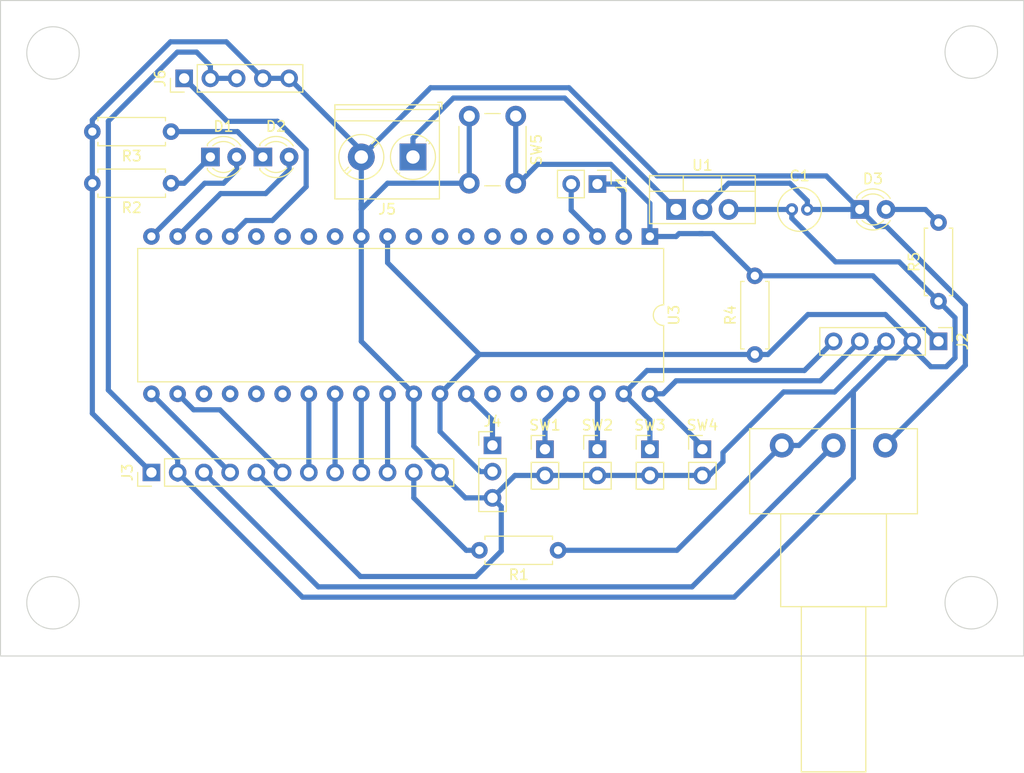
<source format=kicad_pcb>
(kicad_pcb (version 20221018) (generator pcbnew)
  (title_block (title "PCB de Control y Monitoreo") (date "2023-06-11") (rev "2") (company "PAIG2B") (comment 1 "Diseñado por Miguel Angel Rincón"))
  (layers (0 "F.Cu" signal) (31 "B.Cu" signal) (34 "B.Paste" user) (35 "F.Paste" user) (36 "B.SilkS" user "B.Silkscreen") (37 "F.SilkS" user "F.Silkscreen") (38 "B.Mask" user) (39 "F.Mask" user) (44 "Edge.Cuts" user))
  (net 0 "")
  (net 1 "Net-(D1-K)")
  (net 2 "Net-(D1-A)")
  (net 3 "Net-(D2-K)")
  (net 4 "Net-(D2-A)")
  (net 5 "Net-(J1-Pin_1)")
  (net 6 "Net-(J1-Pin_2)")
  (net 7 "Net-(J2-Pin_1)")
  (net 8 "GND")
  (net 9 "Net-(J2-Pin_4)")
  (net 10 "Net-(J2-Pin_5)")
  (net 11 "Net-(U3-RB4{slash}AN11{slash}KBI0{slash}CSSPP)")
  (net 12 "Net-(U3-RB5{slash}KBI1{slash}PGM)")
  (net 21 "Net-(J6-Pin_1)")
  (net 28 "/VA")
  (net 32 "Net-(J3-Pin_3)")
  (net 33 "Net-(J3-Pin_4)")
  (net 34 "Net-(J3-Pin_6)")
  (net 35 "Net-(J3-Pin_7)")
  (net 36 "Net-(J3-Pin_8)")
  (net 37 "Net-(J3-Pin_9)")
  (net 38 "Net-(J3-Pin_10)")
  (net 39 "Net-(J3-Pin_11)")
  (net 40 "Net-(D3-A)")
  (net 41 "Net-(J4-Pin_1)")
  (net 42 "+12V")
  (footprint "Connector_PinHeader_2.54mm:PinHeader_1x03_P2.54mm_Vertical" (layer "F.Cu") (at 133.35 107.387107)
    (fp_text reference "J4" (at 0 -2.33) (layer "F.SilkS"))
    (fp_text value "Conn_01x03_Pin")
    (fp_line (start -1.33 -1.33) (end 0 -1.33) (stroke (width 0.12)) (layer "F.SilkS"))
    (fp_line (start -1.33 0) (end -1.33 -1.33) (stroke (width 0.12)) (layer "F.SilkS"))
    (fp_line (start -1.33 1.27) (end -1.33 6.41) (stroke (width 0.12)) (layer "F.SilkS"))
    (fp_line (start -1.33 1.27) (end 1.33 1.27) (stroke (width 0.12)) (layer "F.SilkS"))
    (fp_line (start -1.33 6.41) (end 1.33 6.41) (stroke (width 0.12)) (layer "F.SilkS"))
    (fp_line (start 1.33 1.27) (end 1.33 6.41) (stroke (width 0.12)) (layer "F.SilkS"))
    (pad "1" thru_hole rect (at 0 0) (size 1.7 1.7) (drill 1) (layers "*.Cu" "*.Mask") (net 41 "Net-(J4-Pin_1)"))
    (pad "2" thru_hole oval (at 0 2.54) (size 1.7 1.7) (drill 1) (layers "*.Cu" "*.Mask") (net 28 "/VA"))
    (pad "3" thru_hole oval (at 0 5.08) (size 1.7 1.7) (drill 1) (layers "*.Cu" "*.Mask") (net 8 "GND"))
  )
  (footprint "Connector_PinHeader_2.54mm:PinHeader_1x12_P2.54mm_Vertical" (layer "F.Cu") (at 100.33 110.007107 90)
    (fp_text reference "J3" (at 0 -2.33 90) (layer "F.SilkS"))
    (fp_text value "Conn_01x12_Pin")
    (fp_line (start -1.33 -1.33) (end 0 -1.33) (stroke (width 0.12)) (layer "F.SilkS"))
    (fp_line (start -1.33 0) (end -1.33 -1.33) (stroke (width 0.12)) (layer "F.SilkS"))
    (fp_line (start -1.33 1.27) (end -1.33 29.27) (stroke (width 0.12)) (layer "F.SilkS"))
    (fp_line (start -1.33 1.27) (end 1.33 1.27) (stroke (width 0.12)) (layer "F.SilkS"))
    (fp_line (start -1.33 29.27) (end 1.33 29.27) (stroke (width 0.12)) (layer "F.SilkS"))
    (fp_line (start 1.33 1.27) (end 1.33 29.27) (stroke (width 0.12)) (layer "F.SilkS"))
    (pad "1" thru_hole rect (at 0 0 90) (size 1.7 1.7) (drill 1) (layers "*.Cu" "*.Mask") (net 8 "GND"))
    (pad "2" thru_hole oval (at 0 2.54 90) (size 1.7 1.7) (drill 1) (layers "*.Cu" "*.Mask") (net 28 "/VA"))
    (pad "3" thru_hole oval (at 0 5.08 90) (size 1.7 1.7) (drill 1) (layers "*.Cu" "*.Mask") (net 32 "Net-(J3-Pin_3)"))
    (pad "4" thru_hole oval (at 0 7.62 90) (size 1.7 1.7) (drill 1) (layers "*.Cu" "*.Mask") (net 33 "Net-(J3-Pin_4)"))
    (pad "5" thru_hole oval (at 0 10.16 90) (size 1.7 1.7) (drill 1) (layers "*.Cu" "*.Mask") (net 8 "GND"))
    (pad "6" thru_hole oval (at 0 12.7 90) (size 1.7 1.7) (drill 1) (layers "*.Cu" "*.Mask") (net 34 "Net-(J3-Pin_6)"))
    (pad "7" thru_hole oval (at 0 15.24 90) (size 1.7 1.7) (drill 1) (layers "*.Cu" "*.Mask") (net 35 "Net-(J3-Pin_7)"))
    (pad "8" thru_hole oval (at 0 17.78 90) (size 1.7 1.7) (drill 1) (layers "*.Cu" "*.Mask") (net 36 "Net-(J3-Pin_8)"))
    (pad "9" thru_hole oval (at 0 20.32 90) (size 1.7 1.7) (drill 1) (layers "*.Cu" "*.Mask") (net 37 "Net-(J3-Pin_9)"))
    (pad "10" thru_hole oval (at 0 22.86 90) (size 1.7 1.7) (drill 1) (layers "*.Cu" "*.Mask") (net 38 "Net-(J3-Pin_10)"))
    (pad "11" thru_hole oval (at 0 25.4 90) (size 1.7 1.7) (drill 1) (layers "*.Cu" "*.Mask") (net 39 "Net-(J3-Pin_11)"))
    (pad "12" thru_hole oval (at 0 27.94 90) (size 1.7 1.7) (drill 1) (layers "*.Cu" "*.Mask") (net 8 "GND"))
  )
  (footprint "Resistor_THT:R_Axial_DIN0207_L6.3mm_D2.5mm_P7.62mm_Horizontal" (layer "F.Cu") (at 139.7 117.547107 180)
    (fp_text reference "R1" (at 3.81 -2.37) (layer "F.SilkS"))
    (fp_text value "R")
    (fp_line (start 0.54 -1.37) (end 7.08 -1.37) (stroke (width 0.12)) (layer "F.SilkS"))
    (fp_line (start 0.54 -1.04) (end 0.54 -1.37) (stroke (width 0.12)) (layer "F.SilkS"))
    (fp_line (start 0.54 1.04) (end 0.54 1.37) (stroke (width 0.12)) (layer "F.SilkS"))
    (fp_line (start 0.54 1.37) (end 7.08 1.37) (stroke (width 0.12)) (layer "F.SilkS"))
    (fp_line (start 7.08 -1.37) (end 7.08 -1.04) (stroke (width 0.12)) (layer "F.SilkS"))
    (fp_line (start 7.08 1.37) (end 7.08 1.04) (stroke (width 0.12)) (layer "F.SilkS"))
    (pad "1" thru_hole circle (at 0 0 180) (size 1.6 1.6) (drill 0.8) (layers "*.Cu" "*.Mask") (net 28 "/VA"))
    (pad "2" thru_hole oval (at 7.62 0 180) (size 1.6 1.6) (drill 0.8) (layers "*.Cu" "*.Mask") (net 39 "Net-(J3-Pin_11)"))
  )
  (footprint "Package_DIP:DIP-40_W15.24mm" (layer "F.Cu") (at 148.59 87.147107 -90)
    (fp_text reference "U3" (at 7.62 -2.33 90) (layer "F.SilkS"))
    (fp_text value "PIC18F4550-IP")
    (fp_line (start 1.16 -1.33) (end 1.16 49.59) (stroke (width 0.12)) (layer "F.SilkS"))
    (fp_line (start 1.16 49.59) (end 14.08 49.59) (stroke (width 0.12)) (layer "F.SilkS"))
    (fp_line (start 6.62 -1.33) (end 1.16 -1.33) (stroke (width 0.12)) (layer "F.SilkS"))
    (fp_line (start 14.08 -1.33) (end 8.62 -1.33) (stroke (width 0.12)) (layer "F.SilkS"))
    (fp_line (start 14.08 49.59) (end 14.08 -1.33) (stroke (width 0.12)) (layer "F.SilkS"))
    (fp_arc (start 8.62 -1.33) (mid 7.62 -0.33) (end 6.62 -1.33) (stroke (width 0.12)) (layer "F.SilkS"))
    (pad "1" thru_hole rect (at 0 0 270) (size 1.6 1.6) (drill 0.8) (layers "*.Cu" "*.Mask") (net 7 "Net-(J2-Pin_1)"))
    (pad "2" thru_hole oval (at 0 2.54 270) (size 1.6 1.6) (drill 0.8) (layers "*.Cu" "*.Mask") (net 5 "Net-(J1-Pin_1)"))
    (pad "3" thru_hole oval (at 0 5.08 270) (size 1.6 1.6) (drill 0.8) (layers "*.Cu" "*.Mask") (net 6 "Net-(J1-Pin_2)"))
    (pad "4" thru_hole oval (at 0 7.62 270) (size 1.6 1.6) (drill 0.8) (layers "*.Cu" "*.Mask"))
    (pad "5" thru_hole oval (at 0 10.16 270) (size 1.6 1.6) (drill 0.8) (layers "*.Cu" "*.Mask"))
    (pad "6" thru_hole oval (at 0 12.7 270) (size 1.6 1.6) (drill 0.8) (layers "*.Cu" "*.Mask"))
    (pad "7" thru_hole oval (at 0 15.24 270) (size 1.6 1.6) (drill 0.8) (layers "*.Cu" "*.Mask"))
    (pad "8" thru_hole oval (at 0 17.78 270) (size 1.6 1.6) (drill 0.8) (layers "*.Cu" "*.Mask"))
    (pad "9" thru_hole oval (at 0 20.32 270) (size 1.6 1.6) (drill 0.8) (layers "*.Cu" "*.Mask"))
    (pad "10" thru_hole oval (at 0 22.86 270) (size 1.6 1.6) (drill 0.8) (layers "*.Cu" "*.Mask"))
    (pad "11" thru_hole oval (at 0 25.4 270) (size 1.6 1.6) (drill 0.8) (layers "*.Cu" "*.Mask") (net 28 "/VA"))
    (pad "12" thru_hole oval (at 0 27.94 270) (size 1.6 1.6) (drill 0.8) (layers "*.Cu" "*.Mask") (net 8 "GND"))
    (pad "13" thru_hole oval (at 0 30.48 270) (size 1.6 1.6) (drill 0.8) (layers "*.Cu" "*.Mask"))
    (pad "14" thru_hole oval (at 0 33.02 270) (size 1.6 1.6) (drill 0.8) (layers "*.Cu" "*.Mask"))
    (pad "15" thru_hole oval (at 0 35.56 270) (size 1.6 1.6) (drill 0.8) (layers "*.Cu" "*.Mask"))
    (pad "16" thru_hole oval (at 0 38.1 270) (size 1.6 1.6) (drill 0.8) (layers "*.Cu" "*.Mask"))
    (pad "17" thru_hole oval (at 0 40.64 270) (size 1.6 1.6) (drill 0.8) (layers "*.Cu" "*.Mask") (net 21 "Net-(J6-Pin_1)"))
    (pad "18" thru_hole oval (at 0 43.18 270) (size 1.6 1.6) (drill 0.8) (layers "*.Cu" "*.Mask"))
    (pad "19" thru_hole oval (at 0 45.72 270) (size 1.6 1.6) (drill 0.8) (layers "*.Cu" "*.Mask") (net 4 "Net-(D2-A)"))
    (pad "20" thru_hole oval (at 0 48.26 270) (size 1.6 1.6) (drill 0.8) (layers "*.Cu" "*.Mask") (net 2 "Net-(D1-A)"))
    (pad "21" thru_hole oval (at 15.24 48.26 270) (size 1.6 1.6) (drill 0.8) (layers "*.Cu" "*.Mask") (net 33 "Net-(J3-Pin_4)"))
    (pad "22" thru_hole oval (at 15.24 45.72 270) (size 1.6 1.6) (drill 0.8) (layers "*.Cu" "*.Mask") (net 34 "Net-(J3-Pin_6)"))
    (pad "23" thru_hole oval (at 15.24 43.18 270) (size 1.6 1.6) (drill 0.8) (layers "*.Cu" "*.Mask"))
    (pad "24" thru_hole oval (at 15.24 40.64 270) (size 1.6 1.6) (drill 0.8) (layers "*.Cu" "*.Mask"))
    (pad "25" thru_hole oval (at 15.24 38.1 270) (size 1.6 1.6) (drill 0.8) (layers "*.Cu" "*.Mask"))
    (pad "26" thru_hole oval (at 15.24 35.56 270) (size 1.6 1.6) (drill 0.8) (layers "*.Cu" "*.Mask"))
    (pad "27" thru_hole oval (at 15.24 33.02 270) (size 1.6 1.6) (drill 0.8) (layers "*.Cu" "*.Mask") (net 35 "Net-(J3-Pin_7)"))
    (pad "28" thru_hole oval (at 15.24 30.48 270) (size 1.6 1.6) (drill 0.8) (layers "*.Cu" "*.Mask") (net 36 "Net-(J3-Pin_8)"))
    (pad "29" thru_hole oval (at 15.24 27.94 270) (size 1.6 1.6) (drill 0.8) (layers "*.Cu" "*.Mask") (net 37 "Net-(J3-Pin_9)"))
    (pad "30" thru_hole oval (at 15.24 25.4 270) (size 1.6 1.6) (drill 0.8) (layers "*.Cu" "*.Mask") (net 38 "Net-(J3-Pin_10)"))
    (pad "31" thru_hole oval (at 15.24 22.86 270) (size 1.6 1.6) (drill 0.8) (layers "*.Cu" "*.Mask") (net 8 "GND"))
    (pad "32" thru_hole oval (at 15.24 20.32 270) (size 1.6 1.6) (drill 0.8) (layers "*.Cu" "*.Mask") (net 28 "/VA"))
    (pad "33" thru_hole oval (at 15.24 17.78 270) (size 1.6 1.6) (drill 0.8) (layers "*.Cu" "*.Mask") (net 41 "Net-(J4-Pin_1)"))
    (pad "34" thru_hole oval (at 15.24 15.24 270) (size 1.6 1.6) (drill 0.8) (layers "*.Cu" "*.Mask"))
    (pad "35" thru_hole oval (at 15.24 12.7 270) (size 1.6 1.6) (drill 0.8) (layers "*.Cu" "*.Mask"))
    (pad "36" thru_hole oval (at 15.24 10.16 270) (size 1.6 1.6) (drill 0.8) (layers "*.Cu" "*.Mask"))
    (pad "37" thru_hole oval (at 15.24 7.62 270) (size 1.6 1.6) (drill 0.8) (layers "*.Cu" "*.Mask") (net 11 "Net-(U3-RB4{slash}AN11{slash}KBI0{slash}CSSPP)"))
    (pad "38" thru_hole oval (at 15.24 5.08 270) (size 1.6 1.6) (drill 0.8) (layers "*.Cu" "*.Mask") (net 12 "Net-(U3-RB5{slash}KBI1{slash}PGM)"))
    (pad "39" thru_hole oval (at 15.24 2.54 270) (size 1.6 1.6) (drill 0.8) (layers "*.Cu" "*.Mask") (net 10 "Net-(J2-Pin_5)"))
    (pad "40" thru_hole oval (at 15.24 0 270) (size 1.6 1.6) (drill 0.8) (layers "*.Cu" "*.Mask") (net 9 "Net-(J2-Pin_4)"))
  )
  (footprint "LED_THT:LED_D3.0mm" (layer "F.Cu") (at 111.12 79.447107)
    (fp_text reference "D2" (at 1.27 -2.96) (layer "F.SilkS"))
    (fp_text value "LED")
    (fp_line (start -0.29 -1.236) (end -0.29 -1.08) (stroke (width 0.12)) (layer "F.SilkS"))
    (fp_line (start -0.29 1.08) (end -0.29 1.236) (stroke (width 0.12)) (layer "F.SilkS"))
    (fp_arc (start -0.29 -1.235516) (mid 1.366487 -1.987659) (end 2.942335 -1.078608) (stroke (width 0.12)) (layer "F.SilkS"))
    (fp_arc (start 0.229039 -1.08) (mid 1.270117 -1.5) (end 2.31113 -1.079837) (stroke (width 0.12)) (layer "F.SilkS"))
    (fp_arc (start 2.31113 1.079837) (mid 1.270117 1.5) (end 0.229039 1.08) (stroke (width 0.12)) (layer "F.SilkS"))
    (fp_arc (start 2.942335 1.078608) (mid 1.366487 1.987659) (end -0.29 1.235516) (stroke (width 0.12)) (layer "F.SilkS"))
    (pad "1" thru_hole rect (at 0 0) (size 1.8 1.8) (drill 0.9) (layers "*.Cu" "*.Mask") (net 3 "Net-(D2-K)"))
    (pad "2" thru_hole circle (at 2.54 0) (size 1.8 1.8) (drill 0.9) (layers "*.Cu" "*.Mask") (net 4 "Net-(D2-A)"))
  )
  (footprint "Button_Switch_THT:SW_PUSH_6mm" (layer "F.Cu") (at 135.6 75.487107 -90)
    (fp_text reference "SW5" (at 3.25 -2 -90) (layer "F.SilkS"))
    (fp_text value "SW_Push")
    (fp_line (start -0.25 1.5) (end -0.25 3) (stroke (width 0.12)) (layer "F.SilkS"))
    (fp_line (start 1 5.5) (end 5.5 5.5) (stroke (width 0.12)) (layer "F.SilkS"))
    (fp_line (start 5.5 -1) (end 1 -1) (stroke (width 0.12)) (layer "F.SilkS"))
    (fp_line (start 6.75 3) (end 6.75 1.5) (stroke (width 0.12)) (layer "F.SilkS"))
    (pad "1" thru_hole circle (at 0 0) (size 2 2) (drill 1.1) (layers "*.Cu" "*.Mask") (net 7 "Net-(J2-Pin_1)"))
    (pad "1" thru_hole circle (at 6.5 0) (size 2 2) (drill 1.1) (layers "*.Cu" "*.Mask") (net 7 "Net-(J2-Pin_1)"))
    (pad "2" thru_hole circle (at 0 4.5) (size 2 2) (drill 1.1) (layers "*.Cu" "*.Mask") (net 8 "GND"))
    (pad "2" thru_hole circle (at 6.5 4.5) (size 2 2) (drill 1.1) (layers "*.Cu" "*.Mask") (net 8 "GND"))
  )
  (footprint "Connector_PinHeader_2.54mm:PinHeader_1x02_P2.54mm_Vertical" (layer "F.Cu") (at 143.51 82.067107 -90)
    (fp_text reference "J1" (at 0 -2.33 90) (layer "F.SilkS"))
    (fp_text value "Conn_01x02_Pin")
    (fp_line (start -1.33 -1.33) (end 0 -1.33) (stroke (width 0.12)) (layer "F.SilkS"))
    (fp_line (start -1.33 0) (end -1.33 -1.33) (stroke (width 0.12)) (layer "F.SilkS"))
    (fp_line (start -1.33 1.27) (end -1.33 3.87) (stroke (width 0.12)) (layer "F.SilkS"))
    (fp_line (start -1.33 1.27) (end 1.33 1.27) (stroke (width 0.12)) (layer "F.SilkS"))
    (fp_line (start -1.33 3.87) (end 1.33 3.87) (stroke (width 0.12)) (layer "F.SilkS"))
    (fp_line (start 1.33 1.27) (end 1.33 3.87) (stroke (width 0.12)) (layer "F.SilkS"))
    (pad "1" thru_hole rect (at 0 0 270) (size 1.7 1.7) (drill 1) (layers "*.Cu" "*.Mask") (net 5 "Net-(J1-Pin_1)"))
    (pad "2" thru_hole oval (at 0 2.54 270) (size 1.7 1.7) (drill 1) (layers "*.Cu" "*.Mask") (net 6 "Net-(J1-Pin_2)"))
  )
  (footprint "Capacitor_THT:C_Radial_D4.0mm_H7.0mm_P1.50mm" (layer "F.Cu") (at 162.33 84.527107)
    (fp_text reference "C1" (at 0.75 -3.25) (layer "F.SilkS"))
    (fp_text value "C_Polarized")
    (fp_circle (center 0.75 0) (end 2.87 0) (stroke (width 0.12)) (fill none) (layer "F.SilkS"))
    (pad "1" thru_hole circle (at 0 0) (size 1.2 1.2) (drill 0.6) (layers "*.Cu" "*.Mask") (net 28 "/VA"))
    (pad "2" thru_hole circle (at 1.5 0) (size 1.2 1.2) (drill 0.6) (layers "*.Cu" "*.Mask") (net 8 "GND"))
  )
  (footprint "Connector_PinHeader_2.54mm:PinHeader_1x02_P2.54mm_Vertical" (layer "F.Cu") (at 148.59 107.757107)
    (fp_text reference "SW3" (at 0 -2.33) (layer "F.SilkS"))
    (fp_text value "SW_Push")
    (fp_line (start -1.33 -1.33) (end 0 -1.33) (stroke (width 0.12)) (layer "F.SilkS"))
    (fp_line (start -1.33 0) (end -1.33 -1.33) (stroke (width 0.12)) (layer "F.SilkS"))
    (fp_line (start -1.33 1.27) (end -1.33 3.87) (stroke (width 0.12)) (layer "F.SilkS"))
    (fp_line (start -1.33 1.27) (end 1.33 1.27) (stroke (width 0.12)) (layer "F.SilkS"))
    (fp_line (start -1.33 3.87) (end 1.33 3.87) (stroke (width 0.12)) (layer "F.SilkS"))
    (fp_line (start 1.33 1.27) (end 1.33 3.87) (stroke (width 0.12)) (layer "F.SilkS"))
    (pad "1" thru_hole rect (at 0 0) (size 1.7 1.7) (drill 1) (layers "*.Cu" "*.Mask") (net 10 "Net-(J2-Pin_5)"))
    (pad "2" thru_hole oval (at 0 2.54) (size 1.7 1.7) (drill 1) (layers "*.Cu" "*.Mask") (net 8 "GND"))
  )
  (footprint "Connector_PinHeader_2.54mm:PinHeader_1x02_P2.54mm_Vertical" (layer "F.Cu") (at 153.67 107.757107)
    (fp_text reference "SW4" (at 0 -2.33) (layer "F.SilkS"))
    (fp_text value "SW_Push")
    (fp_line (start -1.33 -1.33) (end 0 -1.33) (stroke (width 0.12)) (layer "F.SilkS"))
    (fp_line (start -1.33 0) (end -1.33 -1.33) (stroke (width 0.12)) (layer "F.SilkS"))
    (fp_line (start -1.33 1.27) (end -1.33 3.87) (stroke (width 0.12)) (layer "F.SilkS"))
    (fp_line (start -1.33 1.27) (end 1.33 1.27) (stroke (width 0.12)) (layer "F.SilkS"))
    (fp_line (start -1.33 3.87) (end 1.33 3.87) (stroke (width 0.12)) (layer "F.SilkS"))
    (fp_line (start 1.33 1.27) (end 1.33 3.87) (stroke (width 0.12)) (layer "F.SilkS"))
    (pad "1" thru_hole rect (at 0 0) (size 1.7 1.7) (drill 1) (layers "*.Cu" "*.Mask") (net 9 "Net-(J2-Pin_4)"))
    (pad "2" thru_hole oval (at 0 2.54) (size 1.7 1.7) (drill 1) (layers "*.Cu" "*.Mask") (net 8 "GND"))
  )
  (footprint "TerminalBlock_Phoenix:TerminalBlock_Phoenix_PT-1,5-2-5.0-H_1x02_P5.00mm_Horizontal" (layer "F.Cu") (at 125.65 79.447107 180)
    (fp_text reference "J5" (at 2.5 -5.06) (layer "F.SilkS"))
    (fp_text value "Screw_Terminal_01x02")
    (fp_line (start -2.8 4.66) (end -2.8 5.3) (stroke (width 0.12)) (layer "F.SilkS"))
    (fp_line (start -2.8 5.3) (end -2.4 5.3) (stroke (width 0.12)) (layer "F.SilkS"))
    (fp_line (start -2.56 -4.06) (end -2.56 5.06) (stroke (width 0.12)) (layer "F.SilkS"))
    (fp_line (start -2.56 -4.06) (end 7.56 -4.06) (stroke (width 0.12)) (layer "F.SilkS"))
    (fp_line (start -2.56 3.5) (end 7.56 3.5) (stroke (width 0.12)) (layer "F.SilkS"))
    (fp_line (start -2.56 4.6) (end 7.56 4.6) (stroke (width 0.12)) (layer "F.SilkS"))
    (fp_line (start -2.56 5.06) (end 7.56 5.06) (stroke (width 0.12)) (layer "F.SilkS"))
    (fp_line (start -1.548 1.281) (end -1.654 1.388) (stroke (width 0.12)) (layer "F.SilkS"))
    (fp_line (start -1.282 1.547) (end -1.388 1.654) (stroke (width 0.12)) (layer "F.SilkS"))
    (fp_line (start 1.388 -1.654) (end 1.281 -1.547) (stroke (width 0.12)) (layer "F.SilkS"))
    (fp_line (start 1.654 -1.388) (end 1.547 -1.281) (stroke (width 0.12)) (layer "F.SilkS"))
    (fp_line (start 3.742 0.992) (end 3.347 1.388) (stroke (width 0.12)) (layer "F.SilkS"))
    (fp_line (start 3.993 1.274) (end 3.613 1.654) (stroke (width 0.12)) (layer "F.SilkS"))
    (fp_line (start 6.388 -1.654) (end 6.008 -1.274) (stroke (width 0.12)) (layer "F.SilkS"))
    (fp_line (start 6.654 -1.388) (end 6.259 -0.992) (stroke (width 0.12)) (layer "F.SilkS"))
    (fp_line (start 7.56 -4.06) (end 7.56 5.06) (stroke (width 0.12)) (layer "F.SilkS"))
    (fp_circle (center 0 0) (end 2.18 0) (stroke (width 0.12)) (fill none) (layer "F.SilkS"))
    (fp_circle (center 5 0) (end 7.18 0) (stroke (width 0.12)) (fill none) (layer "F.SilkS"))
    (pad "1" thru_hole rect (at 0 0 180) (size 2.6 2.6) (drill 1.3) (layers "*.Cu" "*.Mask") (net 42 "+12V"))
    (pad "2" thru_hole circle (at 5 0 180) (size 2.6 2.6) (drill 1.3) (layers "*.Cu" "*.Mask") (net 8 "GND"))
  )
  (footprint "Connector_PinHeader_2.54mm:PinHeader_1x02_P2.54mm_Vertical" (layer "F.Cu") (at 138.43 107.757107)
    (fp_text reference "SW1" (at 0 -2.33) (layer "F.SilkS"))
    (fp_text value "SW_Push")
    (fp_line (start -1.33 -1.33) (end 0 -1.33) (stroke (width 0.12)) (layer "F.SilkS"))
    (fp_line (start -1.33 0) (end -1.33 -1.33) (stroke (width 0.12)) (layer "F.SilkS"))
    (fp_line (start -1.33 1.27) (end -1.33 3.87) (stroke (width 0.12)) (layer "F.SilkS"))
    (fp_line (start -1.33 1.27) (end 1.33 1.27) (stroke (width 0.12)) (layer "F.SilkS"))
    (fp_line (start -1.33 3.87) (end 1.33 3.87) (stroke (width 0.12)) (layer "F.SilkS"))
    (fp_line (start 1.33 1.27) (end 1.33 3.87) (stroke (width 0.12)) (layer "F.SilkS"))
    (pad "1" thru_hole rect (at 0 0) (size 1.7 1.7) (drill 1) (layers "*.Cu" "*.Mask") (net 11 "Net-(U3-RB4{slash}AN11{slash}KBI0{slash}CSSPP)"))
    (pad "2" thru_hole oval (at 0 2.54) (size 1.7 1.7) (drill 1) (layers "*.Cu" "*.Mask") (net 8 "GND"))
  )
  (footprint "Package_TO_SOT_THT:TO-220-3_Vertical" (layer "F.Cu") (at 151.13 84.527107)
    (fp_text reference "U1" (at 2.54 -4.27) (layer "F.SilkS"))
    (fp_text value "L7805")
    (fp_line (start -2.58 -3.27) (end -2.58 1.371) (stroke (width 0.12)) (layer "F.SilkS"))
    (fp_line (start -2.58 -3.27) (end 7.66 -3.27) (stroke (width 0.12)) (layer "F.SilkS"))
    (fp_line (start -2.58 -1.76) (end 7.66 -1.76) (stroke (width 0.12)) (layer "F.SilkS"))
    (fp_line (start -2.58 1.371) (end 7.66 1.371) (stroke (width 0.12)) (layer "F.SilkS"))
    (fp_line (start 0.69 -3.27) (end 0.69 -1.76) (stroke (width 0.12)) (layer "F.SilkS"))
    (fp_line (start 4.391 -3.27) (end 4.391 -1.76) (stroke (width 0.12)) (layer "F.SilkS"))
    (fp_line (start 7.66 -3.27) (end 7.66 1.371) (stroke (width 0.12)) (layer "F.SilkS"))
    (pad "1" thru_hole rect (at 0 0) (size 1.905 2) (drill 1.1) (layers "*.Cu" "*.Mask") (net 42 "+12V"))
    (pad "2" thru_hole oval (at 2.54 0) (size 1.905 2) (drill 1.1) (layers "*.Cu" "*.Mask") (net 8 "GND"))
    (pad "3" thru_hole oval (at 5.08 0) (size 1.905 2) (drill 1.1) (layers "*.Cu" "*.Mask") (net 28 "/VA"))
  )
  (footprint "Resistor_THT:R_Axial_DIN0207_L6.3mm_D2.5mm_P7.62mm_Horizontal" (layer "F.Cu") (at 176.53 93.417107 90)
    (fp_text reference "R5" (at 3.81 -2.37 90) (layer "F.SilkS"))
    (fp_text value "R")
    (fp_line (start 0.54 -1.37) (end 7.08 -1.37) (stroke (width 0.12)) (layer "F.SilkS"))
    (fp_line (start 0.54 -1.04) (end 0.54 -1.37) (stroke (width 0.12)) (layer "F.SilkS"))
    (fp_line (start 0.54 1.04) (end 0.54 1.37) (stroke (width 0.12)) (layer "F.SilkS"))
    (fp_line (start 0.54 1.37) (end 7.08 1.37) (stroke (width 0.12)) (layer "F.SilkS"))
    (fp_line (start 7.08 -1.37) (end 7.08 -1.04) (stroke (width 0.12)) (layer "F.SilkS"))
    (fp_line (start 7.08 1.37) (end 7.08 1.04) (stroke (width 0.12)) (layer "F.SilkS"))
    (pad "1" thru_hole circle (at 0 0 90) (size 1.6 1.6) (drill 0.8) (layers "*.Cu" "*.Mask") (net 28 "/VA"))
    (pad "2" thru_hole oval (at 7.62 0 90) (size 1.6 1.6) (drill 0.8) (layers "*.Cu" "*.Mask") (net 40 "Net-(D3-A)"))
  )
  (footprint "Connector_PinHeader_2.54mm:PinHeader_1x05_P2.54mm_Vertical" (layer "F.Cu") (at 103.5 71.827107 90)
    (fp_text reference "J6" (at 0 -2.33 90) (layer "F.SilkS"))
    (fp_text value "Conn_01x05_Pin")
    (fp_line (start -1.33 -1.33) (end 0 -1.33) (stroke (width 0.12)) (layer "F.SilkS"))
    (fp_line (start -1.33 0) (end -1.33 -1.33) (stroke (width 0.12)) (layer "F.SilkS"))
    (fp_line (start -1.33 1.27) (end -1.33 11.49) (stroke (width 0.12)) (layer "F.SilkS"))
    (fp_line (start -1.33 1.27) (end 1.33 1.27) (stroke (width 0.12)) (layer "F.SilkS"))
    (fp_line (start -1.33 11.49) (end 1.33 11.49) (stroke (width 0.12)) (layer "F.SilkS"))
    (fp_line (start 1.33 1.27) (end 1.33 11.49) (stroke (width 0.12)) (layer "F.SilkS"))
    (pad "1" thru_hole rect (at 0 0 90) (size 1.7 1.7) (drill 1) (layers "*.Cu" "*.Mask") (net 21 "Net-(J6-Pin_1)"))
    (pad "2" thru_hole oval (at 0 2.54 90) (size 1.7 1.7) (drill 1) (layers "*.Cu" "*.Mask") (net 28 "/VA"))
    (pad "3" thru_hole oval (at 0 5.08 90) (size 1.7 1.7) (drill 1) (layers "*.Cu" "*.Mask") (net 28 "/VA"))
    (pad "4" thru_hole oval (at 0 7.62 90) (size 1.7 1.7) (drill 1) (layers "*.Cu" "*.Mask") (net 8 "GND"))
    (pad "5" thru_hole oval (at 0 10.16 90) (size 1.7 1.7) (drill 1) (layers "*.Cu" "*.Mask") (net 8 "GND"))
  )
  (footprint "LED_THT:LED_D3.0mm" (layer "F.Cu") (at 106.04 79.447107)
    (fp_text reference "D1" (at 1.27 -2.96) (layer "F.SilkS"))
    (fp_text value "LED")
    (fp_line (start -0.29 -1.236) (end -0.29 -1.08) (stroke (width 0.12)) (layer "F.SilkS"))
    (fp_line (start -0.29 1.08) (end -0.29 1.236) (stroke (width 0.12)) (layer "F.SilkS"))
    (fp_arc (start -0.29 -1.235516) (mid 1.366487 -1.987659) (end 2.942335 -1.078608) (stroke (width 0.12)) (layer "F.SilkS"))
    (fp_arc (start 0.229039 -1.08) (mid 1.270117 -1.5) (end 2.31113 -1.079837) (stroke (width 0.12)) (layer "F.SilkS"))
    (fp_arc (start 2.31113 1.079837) (mid 1.270117 1.5) (end 0.229039 1.08) (stroke (width 0.12)) (layer "F.SilkS"))
    (fp_arc (start 2.942335 1.078608) (mid 1.366487 1.987659) (end -0.29 1.235516) (stroke (width 0.12)) (layer "F.SilkS"))
    (pad "1" thru_hole rect (at 0 0) (size 1.8 1.8) (drill 0.9) (layers "*.Cu" "*.Mask") (net 1 "Net-(D1-K)"))
    (pad "2" thru_hole circle (at 2.54 0) (size 1.8 1.8) (drill 0.9) (layers "*.Cu" "*.Mask") (net 2 "Net-(D1-A)"))
  )
  (footprint "Resistor_THT:R_Axial_DIN0207_L6.3mm_D2.5mm_P7.62mm_Horizontal" (layer "F.Cu") (at 102.23 81.987107 180)
    (fp_text reference "R2" (at 3.81 -2.37) (layer "F.SilkS"))
    (fp_text value "R")
    (fp_line (start 0.54 -1.37) (end 7.08 -1.37) (stroke (width 0.12)) (layer "F.SilkS"))
    (fp_line (start 0.54 -1.04) (end 0.54 -1.37) (stroke (width 0.12)) (layer "F.SilkS"))
    (fp_line (start 0.54 1.04) (end 0.54 1.37) (stroke (width 0.12)) (layer "F.SilkS"))
    (fp_line (start 0.54 1.37) (end 7.08 1.37) (stroke (width 0.12)) (layer "F.SilkS"))
    (fp_line (start 7.08 -1.37) (end 7.08 -1.04) (stroke (width 0.12)) (layer "F.SilkS"))
    (fp_line (start 7.08 1.37) (end 7.08 1.04) (stroke (width 0.12)) (layer "F.SilkS"))
    (pad "1" thru_hole circle (at 0 0 180) (size 1.6 1.6) (drill 0.8) (layers "*.Cu" "*.Mask") (net 1 "Net-(D1-K)"))
    (pad "2" thru_hole oval (at 7.62 0 180) (size 1.6 1.6) (drill 0.8) (layers "*.Cu" "*.Mask") (net 8 "GND"))
  )
  (footprint "LED_THT:LED_D3.0mm" (layer "F.Cu") (at 168.91 84.527107)
    (fp_text reference "D3" (at 1.27 -2.96) (layer "F.SilkS"))
    (fp_text value "LED")
    (fp_line (start -0.29 -1.236) (end -0.29 -1.08) (stroke (width 0.12)) (layer "F.SilkS"))
    (fp_line (start -0.29 1.08) (end -0.29 1.236) (stroke (width 0.12)) (layer "F.SilkS"))
    (fp_arc (start -0.29 -1.235516) (mid 1.366487 -1.987659) (end 2.942335 -1.078608) (stroke (width 0.12)) (layer "F.SilkS"))
    (fp_arc (start 0.229039 -1.08) (mid 1.270117 -1.5) (end 2.31113 -1.079837) (stroke (width 0.12)) (layer "F.SilkS"))
    (fp_arc (start 2.31113 1.079837) (mid 1.270117 1.5) (end 0.229039 1.08) (stroke (width 0.12)) (layer "F.SilkS"))
    (fp_arc (start 2.942335 1.078608) (mid 1.366487 1.987659) (end -0.29 1.235516) (stroke (width 0.12)) (layer "F.SilkS"))
    (pad "1" thru_hole rect (at 0 0) (size 1.8 1.8) (drill 0.9) (layers "*.Cu" "*.Mask") (net 8 "GND"))
    (pad "2" thru_hole circle (at 2.54 0) (size 1.8 1.8) (drill 0.9) (layers "*.Cu" "*.Mask") (net 40 "Net-(D3-A)"))
  )
  (footprint "Resistor_THT:R_Axial_DIN0207_L6.3mm_D2.5mm_P7.62mm_Horizontal" (layer "F.Cu") (at 102.23 76.987107 180)
    (fp_text reference "R3" (at 3.81 -2.37) (layer "F.SilkS"))
    (fp_text value "R")
    (fp_line (start 0.54 -1.37) (end 7.08 -1.37) (stroke (width 0.12)) (layer "F.SilkS"))
    (fp_line (start 0.54 -1.04) (end 0.54 -1.37) (stroke (width 0.12)) (layer "F.SilkS"))
    (fp_line (start 0.54 1.04) (end 0.54 1.37) (stroke (width 0.12)) (layer "F.SilkS"))
    (fp_line (start 0.54 1.37) (end 7.08 1.37) (stroke (width 0.12)) (layer "F.SilkS"))
    (fp_line (start 7.08 -1.37) (end 7.08 -1.04) (stroke (width 0.12)) (layer "F.SilkS"))
    (fp_line (start 7.08 1.37) (end 7.08 1.04) (stroke (width 0.12)) (layer "F.SilkS"))
    (pad "1" thru_hole circle (at 0 0 180) (size 1.6 1.6) (drill 0.8) (layers "*.Cu" "*.Mask") (net 3 "Net-(D2-K)"))
    (pad "2" thru_hole oval (at 7.62 0 180) (size 1.6 1.6) (drill 0.8) (layers "*.Cu" "*.Mask") (net 8 "GND"))
  )
  (footprint "Resistor_THT:R_Axial_DIN0207_L6.3mm_D2.5mm_P7.62mm_Horizontal" (layer "F.Cu") (at 158.75 98.577107 90)
    (fp_text reference "R4" (at 3.81 -2.37 90) (layer "F.SilkS"))
    (fp_text value "R")
    (fp_line (start 0.54 -1.37) (end 7.08 -1.37) (stroke (width 0.12)) (layer "F.SilkS"))
    (fp_line (start 0.54 -1.04) (end 0.54 -1.37) (stroke (width 0.12)) (layer "F.SilkS"))
    (fp_line (start 0.54 1.04) (end 0.54 1.37) (stroke (width 0.12)) (layer "F.SilkS"))
    (fp_line (start 0.54 1.37) (end 7.08 1.37) (stroke (width 0.12)) (layer "F.SilkS"))
    (fp_line (start 7.08 -1.37) (end 7.08 -1.04) (stroke (width 0.12)) (layer "F.SilkS"))
    (fp_line (start 7.08 1.37) (end 7.08 1.04) (stroke (width 0.12)) (layer "F.SilkS"))
    (pad "1" thru_hole circle (at 0 0 90) (size 1.6 1.6) (drill 0.8) (layers "*.Cu" "*.Mask") (net 28 "/VA"))
    (pad "2" thru_hole oval (at 7.62 0 90) (size 1.6 1.6) (drill 0.8) (layers "*.Cu" "*.Mask") (net 7 "Net-(J2-Pin_1)"))
  )
  (footprint "Connector_PinHeader_2.54mm:PinHeader_1x02_P2.54mm_Vertical" (layer "F.Cu") (at 143.51 107.757107)
    (fp_text reference "SW2" (at 0 -2.33) (layer "F.SilkS"))
    (fp_text value "SW_Push")
    (fp_line (start -1.33 -1.33) (end 0 -1.33) (stroke (width 0.12)) (layer "F.SilkS"))
    (fp_line (start -1.33 0) (end -1.33 -1.33) (stroke (width 0.12)) (layer "F.SilkS"))
    (fp_line (start -1.33 1.27) (end -1.33 3.87) (stroke (width 0.12)) (layer "F.SilkS"))
    (fp_line (start -1.33 1.27) (end 1.33 1.27) (stroke (width 0.12)) (layer "F.SilkS"))
    (fp_line (start -1.33 3.87) (end 1.33 3.87) (stroke (width 0.12)) (layer "F.SilkS"))
    (fp_line (start 1.33 1.27) (end 1.33 3.87) (stroke (width 0.12)) (layer "F.SilkS"))
    (pad "1" thru_hole rect (at 0 0) (size 1.7 1.7) (drill 1) (layers "*.Cu" "*.Mask") (net 12 "Net-(U3-RB5{slash}KBI1{slash}PGM)"))
    (pad "2" thru_hole oval (at 0 2.54) (size 1.7 1.7) (drill 1) (layers "*.Cu" "*.Mask") (net 8 "GND"))
  )
  (footprint "Connector_PinHeader_2.54mm:PinHeader_1x05_P2.54mm_Vertical" (layer "F.Cu") (at 176.53 97.307107 -90)
    (fp_text reference "J2" (at 0 -2.33 90) (layer "F.SilkS"))
    (fp_text value "Conn_01x05_Pin" hide)
    (fp_line (start -1.33 -1.33) (end 0 -1.33) (stroke (width 0.12)) (layer "F.SilkS"))
    (fp_line (start -1.33 0) (end -1.33 -1.33) (stroke (width 0.12)) (layer "F.SilkS"))
    (fp_line (start -1.33 1.27) (end -1.33 11.49) (stroke (width 0.12)) (layer "F.SilkS"))
    (fp_line (start -1.33 1.27) (end 1.33 1.27) (stroke (width 0.12)) (layer "F.SilkS"))
    (fp_line (start -1.33 11.49) (end 1.33 11.49) (stroke (width 0.12)) (layer "F.SilkS"))
    (fp_line (start 1.33 1.27) (end 1.33 11.49) (stroke (width 0.12)) (layer "F.SilkS"))
    (pad "1" thru_hole rect (at 0 0 270) (size 1.7 1.7) (drill 1) (layers "*.Cu" "*.Mask") (net 7 "Net-(J2-Pin_1)"))
    (pad "2" thru_hole oval (at 0 2.54 270) (size 1.7 1.7) (drill 1) (layers "*.Cu" "*.Mask") (net 28 "/VA"))
    (pad "3" thru_hole oval (at 0 5.08 270) (size 1.7 1.7) (drill 1) (layers "*.Cu" "*.Mask") (net 8 "GND"))
    (pad "4" thru_hole oval (at 0 7.62 270) (size 1.7 1.7) (drill 1) (layers "*.Cu" "*.Mask") (net 9 "Net-(J2-Pin_4)"))
    (pad "5" thru_hole oval (at 0 10.16 270) (size 1.7 1.7) (drill 1) (layers "*.Cu" "*.Mask") (net 10 "Net-(J2-Pin_5)"))
  )
  (footprint "Potentiometer_THT:Potentiometer_Piher_PC-16_Single_Horizontal" (layer "F.Cu") (at 161.37 107.387107 -90)
    (fp_text reference "RV1" hide)
    (fp_text value "R_Potentiometer")
    (fp_line (start -1.62 -13.12) (end -1.62 3.12) (stroke (width 0.12)) (layer "F.SilkS"))
    (fp_line (start -1.62 -13.12) (end 6.62 -13.12) (stroke (width 0.12)) (layer "F.SilkS"))
    (fp_line (start -1.62 3.12) (end 6.62 3.12) (stroke (width 0.12)) (layer "F.SilkS"))
    (fp_line (start 6.62 -13.12) (end 6.62 3.12) (stroke (width 0.12)) (layer "F.SilkS"))
    (fp_line (start 6.62 -10.12) (end 6.62 0.12) (stroke (width 0.12)) (layer "F.SilkS"))
    (fp_line (start 6.62 -10.12) (end 15.62 -10.12) (stroke (width 0.12)) (layer "F.SilkS"))
    (fp_line (start 6.62 0.12) (end 15.62 0.12) (stroke (width 0.12)) (layer "F.SilkS"))
    (fp_line (start 15.62 -10.12) (end 15.62 0.12) (stroke (width 0.12)) (layer "F.SilkS"))
    (fp_line (start 15.62 -8.12) (end 15.62 -1.879) (stroke (width 0.12)) (layer "F.SilkS"))
    (fp_line (start 15.62 -8.12) (end 31.62 -8.12) (stroke (width 0.12)) (layer "F.SilkS"))
    (fp_line (start 15.62 -1.879) (end 31.62 -1.879) (stroke (width 0.12)) (layer "F.SilkS"))
    (fp_line (start 31.62 -8.12) (end 31.62 -1.879) (stroke (width 0.12)) (layer "F.SilkS"))
    (pad "1" thru_hole circle (at 0 0 270) (size 2.34 2.34) (drill 1.3) (layers "*.Cu" "*.Mask") (net 28 "/VA"))
    (pad "2" thru_hole circle (at 0 -5 270) (size 2.34 2.34) (drill 1.3) (layers "*.Cu" "*.Mask") (net 32 "Net-(J3-Pin_3)"))
    (pad "3" thru_hole circle (at 0 -10 270) (size 2.34 2.34) (drill 1.3) (layers "*.Cu" "*.Mask") (net 8 "GND"))
  )
  (gr_circle (center 90.8 69.367107) (end 93.34 69.367107) (stroke (width 0.1)) (fill none) (layer "Edge.Cuts"))
  (gr_circle (center 179.7 122.627107) (end 182.24 122.627107) (stroke (width 0.1)) (fill none) (layer "Edge.Cuts"))
  (gr_circle (center 179.7 69.287107) (end 179.7 66.747107) (stroke (width 0.1)) (fill none) (layer "Edge.Cuts"))
  (gr_rect (start 85.72 64.287107) (end 184.78 127.787107) (stroke (width 0.1)) (fill none) (layer "Edge.Cuts"))
  (gr_circle (center 90.8 122.627107) (end 90.8 120.087107) (stroke (width 0.1)) (fill none) (layer "Edge.Cuts"))
  (segment (start 103.5 81.987107) (end 106.04 79.447107) (width 0.5) (layer "B.Cu") (net 1))
  (segment (start 102.23 81.987107) (end 103.5 81.987107) (width 0.5) (layer "B.Cu") (net 1))
  (segment (start 108.58 79.447107) (end 108.58 80.719899) (width 0.5) (layer "B.Cu") (net 2))
  (segment (start 105.49 81.987107) (end 100.33 87.147107) (width 0.5) (layer "B.Cu") (net 2))
  (segment (start 108.58 80.719899) (end 107.312792 81.987107) (width 0.5) (layer "B.Cu") (net 2))
  (segment (start 107.312792 81.987107) (end 105.49 81.987107) (width 0.5) (layer "B.Cu") (net 2))
  (segment (start 102.23 76.987107) (end 108.66 76.987107) (width 0.5) (layer "B.Cu") (net 3))
  (segment (start 108.66 76.987107) (end 111.12 79.447107) (width 0.5) (layer "B.Cu") (net 3))
  (segment (start 111.392791 82.987108) (end 107.029999 82.987108) (width 0.5) (layer "B.Cu") (net 4))
  (segment (start 113.66 79.447107) (end 113.66 80.719899) (width 0.5) (layer "B.Cu") (net 4))
  (segment (start 113.66 80.719899) (end 111.392791 82.987108) (width 0.5) (layer "B.Cu") (net 4))
  (segment (start 107.029999 82.987108) (end 102.87 87.147107) (width 0.5) (layer "B.Cu") (net 4))
  (segment (start 143.51 82.067107) (end 145.295786 82.067107) (width 0.5) (layer "B.Cu") (net 5))
  (segment (start 145.295786 82.067107) (end 145.632893 82.404214) (width 0.5) (layer "B.Cu") (net 5))
  (segment (start 145.632893 82.404214) (end 146.05 82.821321) (width 0.5) (layer "B.Cu") (net 5))
  (segment (start 146.05 82.821321) (end 146.05 87.067107) (width 0.5) (layer "B.Cu") (net 5))
  (segment (start 140.97 84.607107) (end 143.51 87.147107) (width 0.5) (layer "B.Cu") (net 6))
  (segment (start 140.97 82.067107) (end 140.97 84.607107) (width 0.5) (layer "B.Cu") (net 6))
  (segment (start 153.39 86.867107) (end 153.67 86.867107) (width 0.5) (layer "B.Cu") (net 7))
  (segment (start 144.8 80.157107) (end 137.72 80.157107) (width 0.5) (layer "B.Cu") (net 7))
  (segment (start 176.53 97.307107) (end 170.18 90.957107) (width 0.5) (layer "B.Cu") (net 7))
  (segment (start 137.72 80.157107) (end 135.89 81.987107) (width 0.5) (layer "B.Cu") (net 7))
  (segment (start 151.41 86.867107) (end 153.67 86.867107) (width 0.5) (layer "B.Cu") (net 7))
  (segment (start 170.18 90.957107) (end 158.75 90.957107) (width 0.5) (layer "B.Cu") (net 7))
  (segment (start 154.66 86.867107) (end 158.75 90.957107) (width 0.5) (layer "B.Cu") (net 7))
  (segment (start 153.67 86.867107) (end 154.66 86.867107) (width 0.5) (layer "B.Cu") (net 7))
  (segment (start 148.59 87.147107) (end 151.13 87.147107) (width 0.5) (layer "B.Cu") (net 7))
  (segment (start 148.59 83.947107) (end 148.59 87.147107) (width 0.5) (layer "B.Cu") (net 7))
  (segment (start 144.8 80.157107) (end 148.59 83.947107) (width 0.5) (layer "B.Cu") (net 7))
  (segment (start 151.13 87.147107) (end 151.41 86.867107) (width 0.5) (layer "B.Cu") (net 7))
  (segment (start 135.6 75.487107) (end 135.6 81.987107) (width 0.5) (layer "B.Cu") (net 7))
  (segment (start 111.12 71.827107) (end 113.66 71.827107) (width 0.5) (layer "B.Cu") (net 8))
  (segment (start 168.91 84.527107) (end 165.662893 81.28) (width 0.5) (layer "B.Cu") (net 8))
  (segment (start 148.59 110.297107) (end 153.67 110.297107) (width 0.5) (layer "B.Cu") (net 8))
  (segment (start 161.533338 102.208478) (end 155.662893 108.078923) (width 0.5) (layer "B.Cu") (net 8))
  (segment (start 120.57 120.087107) (end 110.49 110.007107) (width 0.5) (layer "B.Cu") (net 8))
  (segment (start 161.533338 102.208478) (end 166.468629 102.208478) (width 0.5) (layer "B.Cu") (net 8))
  (segment (start 131.732032 120.087107) (end 120.57 120.087107) (width 0.5) (layer "B.Cu") (net 8))
  (segment (start 154.33 110.297107) (end 153.67 110.297107) (width 0.5) (layer "B.Cu") (net 8))
  (segment (start 155.662893 108.078923) (end 155.662893 108.964214) (width 0.5) (layer "B.Cu") (net 8))
  (segment (start 111.12 71.827107) (end 107.58 68.287107) (width 0.5) (layer "B.Cu") (net 8))
  (segment (start 149.297107 81.28) (end 140.754213 72.737106) (width 0.5) (layer "B.Cu") (net 8))
  (segment (start 179.130001 99.627106) (end 179.130001 93.825076) (width 0.5) (layer "B.Cu") (net 8))
  (segment (start 125.73 102.387107) (end 125.73 107.467107) (width 0.5) (layer "B.Cu") (net 8))
  (segment (start 131.1 75.487107) (end 131.1 81.987107) (width 0.5) (layer "B.Cu") (net 8))
  (segment (start 120.65 79.447107) (end 120.65 87.147107) (width 0.5) (layer "B.Cu") (net 8))
  (segment (start 130.73 112.467107) (end 133.35 112.467107) (width 0.5) (layer "B.Cu") (net 8))
  (segment (start 134.2 113.317107) (end 134.2 117.619139) (width 0.5) (layer "B.Cu") (net 8))
  (segment (start 120.65 97.307107) (end 125.73 102.387107) (width 0.5) (layer "B.Cu") (net 8))
  (segment (start 133.35 112.467107) (end 134.2 113.317107) (width 0.5) (layer "B.Cu") (net 8))
  (segment (start 94.61 76.987107) (end 94.61 81.987107) (width 0.5) (layer "B.Cu") (net 8))
  (segment (start 94.61 75.855737) (end 94.61 76.987107) (width 0.5) (layer "B.Cu") (net 8))
  (segment (start 170.787258 97.969849) (end 171.45 97.307107) (width 0.5) (layer "B.Cu") (net 8))
  (segment (start 143.51 110.297107) (end 138.43 110.297107) (width 0.5) (layer "B.Cu") (net 8))
  (segment (start 124.66 75.437107) (end 125.73 74.367107) (width 0.5) (layer "B.Cu") (net 8))
  (segment (start 163.83 83.678579) (end 163.83 84.527107) (width 0.5) (layer "B.Cu") (net 8))
  (segment (start 120.65 83.897107) (end 120.65 84.527107) (width 0.5) (layer "B.Cu") (net 8))
  (segment (start 170.56 86.177107) (end 168.91 84.527107) (width 0.5) (layer "B.Cu") (net 8))
  (segment (start 134.2 117.619139) (end 131.732032 120.087107) (width 0.5) (layer "B.Cu") (net 8))
  (segment (start 165.662893 81.28) (end 149.297107 81.28) (width 0.5) (layer "B.Cu") (net 8))
  (segment (start 128.27 110.007107) (end 130.73 112.467107) (width 0.5) (layer "B.Cu") (net 8))
  (segment (start 113.66 71.827107) (end 120.65 78.817107) (width 0.5) (layer "B.Cu") (net 8))
  (segment (start 120.65 87.147107) (end 120.65 97.307107) (width 0.5) (layer "B.Cu") (net 8))
  (segment (start 171.37 107.387107) (end 179.130001 99.627106) (width 0.5) (layer "B.Cu") (net 8))
  (segment (start 135.52 110.297107) (end 133.35 112.467107) (width 0.5) (layer "B.Cu") (net 8))
  (segment (start 140.754213 72.737106) (end 127.360001 72.737106) (width 0.5) (layer "B.Cu") (net 8))
  (segment (start 143.51 110.297107) (end 148.59 110.297107) (width 0.5) (layer "B.Cu") (net 8))
  (segment (start 179.130001 93.825076) (end 171.482032 86.177107) (width 0.5) (layer "B.Cu") (net 8))
  (segment (start 153.67 84.527107) (end 156.21 81.987107) (width 0.5) (layer "B.Cu") (net 8))
  (segment (start 155.662893 108.964214) (end 154.33 110.297107) (width 0.5) (layer "B.Cu") (net 8))
  (segment (start 166.468629 102.208478) (end 171.45 97.227107) (width 0.5) (layer "B.Cu") (net 8))
  (segment (start 168.91 84.527107) (end 163.83 84.527107) (width 0.5) (layer "B.Cu") (net 8))
  (segment (start 138.43 110.297107) (end 135.52 110.297107) (width 0.5) (layer "B.Cu") (net 8))
  (segment (start 102.17863 68.287107) (end 94.61 75.855737) (width 0.5) (layer "B.Cu") (net 8))
  (segment (start 94.61 81.987107) (end 94.61 104.287107) (width 0.5) (layer "B.Cu") (net 8))
  (segment (start 131.1 81.987107) (end 123.19 81.987107) (width 0.5) (layer "B.Cu") (net 8))
  (segment (start 170.51 97.969849) (end 170.787258 97.969849) (width 0.5) (layer "B.Cu") (net 8))
  (segment (start 171.482032 86.177107) (end 170.56 86.177107) (width 0.5) (layer "B.Cu") (net 8))
  (segment (start 162.138528 81.987107) (end 163.83 83.678579) (width 0.5) (layer "B.Cu") (net 8))
  (segment (start 125.73 107.467107) (end 128.27 110.007107) (width 0.5) (layer "B.Cu") (net 8))
  (segment (start 171.45 97.227107) (end 171.45 97.307107) (width 0.5) (layer "B.Cu") (net 8))
  (segment (start 120.65 78.817107) (end 120.65 79.447107) (width 0.5) (layer "B.Cu") (net 8))
  (segment (start 94.61 104.287107) (end 100.33 110.007107) (width 0.5) (layer "B.Cu") (net 8))
  (segment (start 107.58 68.287107) (end 102.17863 68.287107) (width 0.5) (layer "B.Cu") (net 8))
  (segment (start 123.19 81.987107) (end 120.65 84.527107) (width 0.5) (layer "B.Cu") (net 8))
  (segment (start 153.3 110.297107) (end 153.67 109.927107) (width 0.5) (layer "B.Cu") (net 8))
  (segment (start 156.21 81.987107) (end 162.138528 81.987107) (width 0.5) (layer "B.Cu") (net 8))
  (segment (start 127.360001 72.737106) (end 120.65 79.447107) (width 0.5) (layer "B.Cu") (net 8))
  (segment (start 151.13 101.127107) (end 165.09 101.127107) (width 0.5) (layer "B.Cu") (net 9))
  (segment (start 149.87 102.387107) (end 151.13 101.127107) (width 0.5) (layer "B.Cu") (net 9))
  (segment (start 153.67 107.467107) (end 148.59 102.387107) (width 0.5) (layer "B.Cu") (net 9))
  (segment (start 165.09 101.127107) (end 168.91 97.307107) (width 0.5) (layer "B.Cu") (net 9))
  (segment (start 153.67 107.757107) (end 153.67 107.467107) (width 0.5) (layer "B.Cu") (net 9))
  (segment (start 148.59 102.387107) (end 149.87 102.387107) (width 0.5) (layer "B.Cu") (net 9))
  (segment (start 148.59 107.757107) (end 148.59 104.927107) (width 0.5) (layer "B.Cu") (net 10))
  (segment (start 148.31 100.127107) (end 146.05 102.387107) (width 0.5) (layer "B.Cu") (net 10))
  (segment (start 163.55 100.127107) (end 148.31 100.127107) (width 0.5) (layer "B.Cu") (net 10))
  (segment (start 166.37 97.307107) (end 163.55 100.127107) (width 0.5) (layer "B.Cu") (net 10))
  (segment (start 148.59 104.927107) (end 146.05 102.387107) (width 0.5) (layer "B.Cu") (net 10))
  (segment (start 138.43 104.927107) (end 140.97 102.387107) (width 0.5) (layer "B.Cu") (net 11))
  (segment (start 138.43 107.757107) (end 138.43 104.927107) (width 0.5) (layer "B.Cu") (net 11))
  (segment (start 143.51 107.757107) (end 143.51 102.387107) (width 0.5) (layer "B.Cu") (net 12))
  (segment (start 103.5 71.827107) (end 107.66 75.987107) (width 0.5) (layer "B.Cu") (net 21))
  (segment (start 109.5 85.597107) (end 112.04 85.597107) (width 0.5) (layer "B.Cu") (net 21))
  (segment (start 107.66 75.987107) (end 112.533453 75.987107) (width 0.5) (layer "B.Cu") (net 21))
  (segment (start 112.04 85.597107) (end 115.31 82.327107) (width 0.5) (layer "B.Cu") (net 21))
  (segment (start 115.31 78.763654) (end 115.31 82.327107) (width 0.5) (layer "B.Cu") (net 21))
  (segment (start 107.95 87.147107) (end 109.5 85.597107) (width 0.5) (layer "B.Cu") (net 21))
  (segment (start 112.533453 75.987107) (end 115.31 78.763654) (width 0.5) (layer "B.Cu") (net 21))
  (segment (start 156.75 122.087107) (end 168.29 110.547107) (width 0.5) (layer "B.Cu") (net 28))
  (segment (start 178.13 98.907107) (end 177.27 99.767107) (width 0.5) (layer "B.Cu") (net 28))
  (segment (start 168.29 110.547107) (end 168.29 102.121735) (width 0.5) (layer "B.Cu") (net 28))
  (segment (start 96.16 102.027107) (end 102.87 108.737107) (width 0.5) (layer "B.Cu") (net 28))
  (segment (start 175.79 99.767107) (end 173.99 97.967107) (width 0.5) (layer "B.Cu") (net 28))
  (segment (start 96.16 102.027107) (end 96.16 75.967107) (width 0.5) (layer "B.Cu") (net 28))
  (segment (start 166.561472 89.607107) (end 172.72 89.607107) (width 0.5) (layer "B.Cu") (net 28))
  (segment (start 133.35 109.927107) (end 132.147919 109.927107) (width 0.5) (layer "B.Cu") (net 28))
  (segment (start 104.702081 69.287107) (end 106.04 70.625026) (width 0.5) (layer "B.Cu") (net 28))
  (segment (start 168.29 102.121735) (end 168.507314 101.904421) (width 0.5) (layer "B.Cu") (net 28))
  (segment (start 161.37 107.387107) (end 163.024629 107.387107) (width 0.5) (layer "B.Cu") (net 28))
  (segment (start 172.39 98.907107) (end 173.99 97.307107) (width 0.5) (layer "B.Cu") (net 28))
  (segment (start 160.02 98.577107) (end 158.75 98.577107) (width 0.5) (layer "B.Cu") (net 28))
  (segment (start 102.87 108.737107) (end 102.87 110.007107) (width 0.5) (layer "B.Cu") (net 28))
  (segment (start 168.507314 101.904421) (end 171.504629 98.907107) (width 0.5) (layer "B.Cu") (net 28))
  (segment (start 123.19 89.687107) (end 132.08 98.577107) (width 0.5) (layer "B.Cu") (net 28))
  (segment (start 171.39 94.707107) (end 163.89 94.707107) (width 0.5) (layer "B.Cu") (net 28))
  (segment (start 163.89 94.707107) (end 160.02 98.577107) (width 0.5) (layer "B.Cu") (net 28))
  (segment (start 173.99 97.307107) (end 171.39 94.707107) (width 0.5) (layer "B.Cu") (net 28))
  (segment (start 177.27 99.767107) (end 175.79 99.767107) (width 0.5) (layer "B.Cu") (net 28))
  (segment (start 158.75 98.577107) (end 132.08 98.577107) (width 0.5) (layer "B.Cu") (net 28))
  (segment (start 106.04 70.625026) (end 106.04 71.827107) (width 0.5) (layer "B.Cu") (net 28))
  (segment (start 176.53 93.417107) (end 178.13 95.017107) (width 0.5) (layer "B.Cu") (net 28))
  (segment (start 161.37 107.387107) (end 151.21 117.547107) (width 0.5) (layer "B.Cu") (net 28))
  (segment (start 171.504629 98.907107) (end 172.39 98.907107) (width 0.5) (layer "B.Cu") (net 28))
  (segment (start 163.024629 107.387107) (end 168.507314 101.904421) (width 0.5) (layer "B.Cu") (net 28))
  (segment (start 108.58 71.827107) (end 106.04 71.827107) (width 0.5) (layer "B.Cu") (net 28))
  (segment (start 114.95 122.087107) (end 156.75 122.087107) (width 0.5) (layer "B.Cu") (net 28))
  (segment (start 102.87 110.667107) (end 102.87 110.007107) (width 0.5) (layer "B.Cu") (net 28))
  (segment (start 173.99 97.967107) (end 173.99 97.307107) (width 0.5) (layer "B.Cu") (net 28))
  (segment (start 151.21 117.547107) (end 139.7 117.547107) (width 0.5) (layer "B.Cu") (net 28))
  (segment (start 162.33 84.527107) (end 156.21 84.527107) (width 0.5) (layer "B.Cu") (net 28))
  (segment (start 162.33 84.527107) (end 162.33 85.375635) (width 0.5) (layer "B.Cu") (net 28))
  (segment (start 123.19 87.147107) (end 123.19 89.687107) (width 0.5) (layer "B.Cu") (net 28))
  (segment (start 132.147919 109.927107) (end 128.27 106.049188) (width 0.5) (layer "B.Cu") (net 28))
  (segment (start 102.84 69.287107) (end 104.702081 69.287107) (width 0.5) (layer "B.Cu") (net 28))
  (segment (start 162.33 85.375635) (end 166.561472 89.607107) (width 0.5) (layer "B.Cu") (net 28))
  (segment (start 96.16 75.967107) (end 102.84 69.287107) (width 0.5) (layer "B.Cu") (net 28))
  (segment (start 172.72 89.607107) (end 176.53 93.417107) (width 0.5) (layer "B.Cu") (net 28))
  (segment (start 128.27 106.049188) (end 128.27 102.387107) (width 0.5) (layer "B.Cu") (net 28))
  (segment (start 178.13 95.017107) (end 178.13 98.907107) (width 0.5) (layer "B.Cu") (net 28))
  (segment (start 132.08 98.577107) (end 128.27 102.387107) (width 0.5) (layer "B.Cu") (net 28))
  (segment (start 102.87 110.007107) (end 114.95 122.087107) (width 0.5) (layer "B.Cu") (net 28))
  (segment (start 116.49 121.087107) (end 105.41 110.007107) (width 0.5) (layer "B.Cu") (net 32))
  (segment (start 166.37 107.387107) (end 152.67 121.087107) (width 0.5) (layer "B.Cu") (net 32))
  (segment (start 152.67 121.087107) (end 116.49 121.087107) (width 0.5) (layer "B.Cu") (net 32))
  (segment (start 100.33 102.387107) (end 107.95 110.007107) (width 0.5) (layer "B.Cu") (net 33))
  (segment (start 104.42 103.937107) (end 106.96 103.937107) (width 0.5) (layer "B.Cu") (net 34))
  (segment (start 106.96 103.937107) (end 113.03 110.007107) (width 0.5) (layer "B.Cu") (net 34))
  (segment (start 102.87 102.387107) (end 102.53868 102.387107) (width 0.5) (layer "B.Cu") (net 34))
  (segment (start 102.87 102.387107) (end 104.42 103.937107) (width 0.5) (layer "B.Cu") (net 34))
  (segment (start 115.57 102.387107) (end 115.23868 102.387107) (width 0.5) (layer "B.Cu") (net 35))
  (segment (start 115.57 102.387107) (end 115.57 110.007107) (width 0.5) (layer "B.Cu") (net 35))
  (segment (start 118.11 102.387107) (end 117.77868 102.387107) (width 0.5) (layer "B.Cu") (net 36))
  (segment (start 118.11 102.387107) (end 118.11 110.007107) (width 0.5) (layer "B.Cu") (net 36))
  (segment (start 120.65 102.387107) (end 120.65 110.007107) (width 0.5) (layer "B.Cu") (net 37))
  (segment (start 120.65 102.387107) (end 120.31868 102.387107) (width 0.5) (layer "B.Cu") (net 37))
  (segment (start 123.19 102.387107) (end 123.19 110.007107) (width 0.5) (layer "B.Cu") (net 38))
  (segment (start 130.81 117.547107) (end 132.08 117.547107) (width 0.5) (layer "B.Cu") (net 39))
  (segment (start 125.73 110.007107) (end 125.73 112.467107) (width 0.5) (layer "B.Cu") (net 39))
  (segment (start 125.73 112.467107) (end 130.81 117.547107) (width 0.5) (layer "B.Cu") (net 39))
  (segment (start 171.45 84.527107) (end 175.26 84.527107) (width 0.5) (layer "B.Cu") (net 40))
  (segment (start 175.26 84.527107) (end 176.53 85.797107) (width 0.5) (layer "B.Cu") (net 40))
  (segment (start 133.35 104.927107) (end 130.81 102.387107) (width 0.5) (layer "B.Cu") (net 41))
  (segment (start 133.35 107.387107) (end 133.35 104.927107) (width 0.5) (layer "B.Cu") (net 41))
  (segment (start 151.13 84.527107) (end 146.05 79.447107) (width 0.5) (layer "B.Cu") (net 42))
  (segment (start 125.65 77.647107) (end 129.56 73.737107) (width 0.5) (layer "B.Cu") (net 42))
  (segment (start 143.51 76.907107) (end 146.05 79.447107) (width 0.5) (layer "B.Cu") (net 42))
  (segment (start 140.34 73.737107) (end 143.51 76.907107) (width 0.5) (layer "B.Cu") (net 42))
  (segment (start 129.56 73.737107) (end 140.34 73.737107) (width 0.5) (layer "B.Cu") (net 42))
  (segment (start 125.65 79.447107) (end 125.65 77.647107) (width 0.5) (layer "B.Cu") (net 42))
)
</source>
